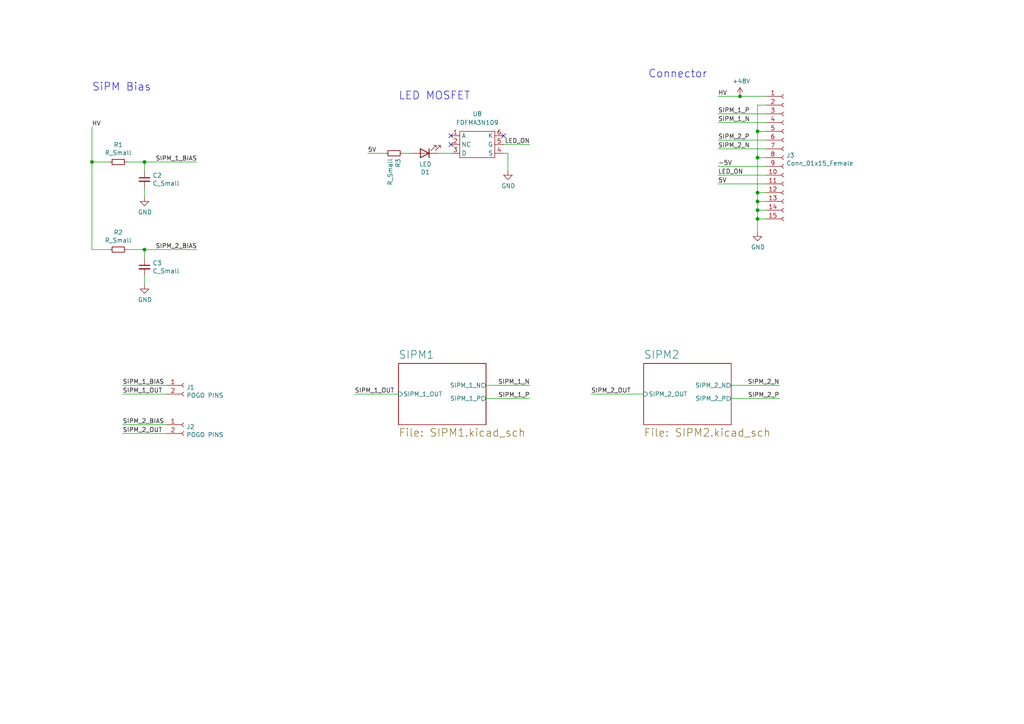
<source format=kicad_sch>
(kicad_sch (version 20211123) (generator eeschema)
  (paper "A4")
  (lib_symbols
    (symbol "Connector:Conn_01x02_Female" (pin_names (offset 1.016) hide)
      (property "Reference" "J" (at 0 2.54 0))
      (property "Value" "Conn_01x02_Female" (at 0 -5.08 0))
      (symbol "Conn_01x02_Female_1_1"
        (arc (start 0 -2.032) (mid -0.508 -2.54) (end 0 -3.048) (stroke (width 0.1524)))
        (polyline (pts (xy -1.27 -2.54) (xy -0.508 -2.54)) (stroke (width 0.1524)))
        (polyline (pts (xy -1.27 0) (xy -0.508 0)) (stroke (width 0.1524)))
        (arc (start 0 0.508) (mid -0.508 0) (end 0 -0.508) (stroke (width 0.1524)))
        (pin passive line (at -5.08 0 0) (length 3.81) (name "Pin_1") (number "1"))
        (pin passive line (at -5.08 -2.54 0) (length 3.81) (name "Pin_2") (number "2"))
      )
    )
    (symbol "Connector:Conn_01x15_Female" (pin_names (offset 1.016) hide)
      (property "Reference" "J" (at 0 20.32 0))
      (property "Value" "Conn_01x15_Female" (at 0 -20.32 0))
      (symbol "Conn_01x15_Female_1_1"
        (arc (start 0 -17.272) (mid -0.508 -17.78) (end 0 -18.288) (stroke (width 0.1524)))
        (arc (start 0 -14.732) (mid -0.508 -15.24) (end 0 -15.748) (stroke (width 0.1524)))
        (arc (start 0 -12.192) (mid -0.508 -12.7) (end 0 -13.208) (stroke (width 0.1524)))
        (arc (start 0 -9.652) (mid -0.508 -10.16) (end 0 -10.668) (stroke (width 0.1524)))
        (arc (start 0 -7.112) (mid -0.508 -7.62) (end 0 -8.128) (stroke (width 0.1524)))
        (arc (start 0 -4.572) (mid -0.508 -5.08) (end 0 -5.588) (stroke (width 0.1524)))
        (arc (start 0 -2.032) (mid -0.508 -2.54) (end 0 -3.048) (stroke (width 0.1524)))
        (polyline (pts (xy -1.27 -17.78) (xy -0.508 -17.78)) (stroke (width 0.1524)))
        (polyline (pts (xy -1.27 -15.24) (xy -0.508 -15.24)) (stroke (width 0.1524)))
        (polyline (pts (xy -1.27 -12.7) (xy -0.508 -12.7)) (stroke (width 0.1524)))
        (polyline (pts (xy -1.27 -10.16) (xy -0.508 -10.16)) (stroke (width 0.1524)))
        (polyline (pts (xy -1.27 -7.62) (xy -0.508 -7.62)) (stroke (width 0.1524)))
        (polyline (pts (xy -1.27 -5.08) (xy -0.508 -5.08)) (stroke (width 0.1524)))
        (polyline (pts (xy -1.27 -2.54) (xy -0.508 -2.54)) (stroke (width 0.1524)))
        (polyline (pts (xy -1.27 0) (xy -0.508 0)) (stroke (width 0.1524)))
        (polyline (pts (xy -1.27 2.54) (xy -0.508 2.54)) (stroke (width 0.1524)))
        (polyline (pts (xy -1.27 5.08) (xy -0.508 5.08)) (stroke (width 0.1524)))
        (polyline (pts (xy -1.27 7.62) (xy -0.508 7.62)) (stroke (width 0.1524)))
        (polyline (pts (xy -1.27 10.16) (xy -0.508 10.16)) (stroke (width 0.1524)))
        (polyline (pts (xy -1.27 12.7) (xy -0.508 12.7)) (stroke (width 0.1524)))
        (polyline (pts (xy -1.27 15.24) (xy -0.508 15.24)) (stroke (width 0.1524)))
        (polyline (pts (xy -1.27 17.78) (xy -0.508 17.78)) (stroke (width 0.1524)))
        (arc (start 0 0.508) (mid -0.508 0) (end 0 -0.508) (stroke (width 0.1524)))
        (arc (start 0 3.048) (mid -0.508 2.54) (end 0 2.032) (stroke (width 0.1524)))
        (arc (start 0 5.588) (mid -0.508 5.08) (end 0 4.572) (stroke (width 0.1524)))
        (arc (start 0 8.128) (mid -0.508 7.62) (end 0 7.112) (stroke (width 0.1524)))
        (arc (start 0 10.668) (mid -0.508 10.16) (end 0 9.652) (stroke (width 0.1524)))
        (arc (start 0 13.208) (mid -0.508 12.7) (end 0 12.192) (stroke (width 0.1524)))
        (arc (start 0 15.748) (mid -0.508 15.24) (end 0 14.732) (stroke (width 0.1524)))
        (arc (start 0 18.288) (mid -0.508 17.78) (end 0 17.272) (stroke (width 0.1524)))
        (pin passive line (at -5.08 17.78 0) (length 3.81) (name "Pin_1") (number "1"))
        (pin passive line (at -5.08 -5.08 0) (length 3.81) (name "Pin_10") (number "10"))
        (pin passive line (at -5.08 -7.62 0) (length 3.81) (name "Pin_11") (number "11"))
        (pin passive line (at -5.08 -10.16 0) (length 3.81) (name "Pin_12") (number "12"))
        (pin passive line (at -5.08 -12.7 0) (length 3.81) (name "Pin_13") (number "13"))
        (pin passive line (at -5.08 -15.24 0) (length 3.81) (name "Pin_14") (number "14"))
        (pin passive line (at -5.08 -17.78 0) (length 3.81) (name "Pin_15") (number "15"))
        (pin passive line (at -5.08 15.24 0) (length 3.81) (name "Pin_2") (number "2"))
        (pin passive line (at -5.08 12.7 0) (length 3.81) (name "Pin_3") (number "3"))
        (pin passive line (at -5.08 10.16 0) (length 3.81) (name "Pin_4") (number "4"))
        (pin passive line (at -5.08 7.62 0) (length 3.81) (name "Pin_5") (number "5"))
        (pin passive line (at -5.08 5.08 0) (length 3.81) (name "Pin_6") (number "6"))
        (pin passive line (at -5.08 2.54 0) (length 3.81) (name "Pin_7") (number "7"))
        (pin passive line (at -5.08 0 0) (length 3.81) (name "Pin_8") (number "8"))
        (pin passive line (at -5.08 -2.54 0) (length 3.81) (name "Pin_9") (number "9"))
      )
    )
    (symbol "Device:C_Small" (pin_numbers hide) (pin_names (offset 0.254) hide)
      (property "Reference" "C" (at 0.254 1.778 0))
      (property "Value" "C_Small" (at 0.254 -2.032 0))
      (symbol "C_Small_0_1"
        (polyline (pts (xy -1.524 -0.508) (xy 1.524 -0.508)) (stroke (width 0.3302)))
        (polyline (pts (xy -1.524 0.508) (xy 1.524 0.508)) (stroke (width 0.3048)))
      )
      (symbol "C_Small_1_1"
        (pin passive line (at 0 2.54 270) (length 2.032) (name "~") (number "1"))
        (pin passive line (at 0 -2.54 90) (length 2.032) (name "~") (number "2"))
      )
    )
    (symbol "Device:LED" (pin_numbers hide) (pin_names (offset 1.016) hide)
      (property "Reference" "D" (at 0 2.54 0))
      (property "Value" "LED" (at 0 -2.54 0))
      (symbol "LED_0_1"
        (polyline (pts (xy -1.27 -1.27) (xy -1.27 1.27)) (stroke (width 0.254)))
        (polyline (pts (xy -1.27 0) (xy 1.27 0)))
        (polyline (pts (xy 1.27 -1.27) (xy 1.27 1.27) (xy -1.27 0) (xy 1.27 -1.27)) (stroke (width 0.254)))
        (polyline (pts (xy -3.048 -0.762) (xy -4.572 -2.286) (xy -3.81 -2.286) (xy -4.572 -2.286) (xy -4.572 -1.524)))
        (polyline (pts (xy -1.778 -0.762) (xy -3.302 -2.286) (xy -2.54 -2.286) (xy -3.302 -2.286) (xy -3.302 -1.524)))
      )
      (symbol "LED_1_1"
        (pin passive line (at -3.81 0 0) (length 2.54) (name "K") (number "1"))
        (pin passive line (at 3.81 0 180) (length 2.54) (name "A") (number "2"))
      )
    )
    (symbol "Device:R_Small" (pin_numbers hide) (pin_names (offset 0.254) hide)
      (property "Reference" "R" (at 0.762 0.508 0))
      (property "Value" "R_Small" (at 0.762 -1.016 0))
      (symbol "R_Small_0_1"
        (rectangle (start -0.762 1.778) (end 0.762 -1.778) (stroke (width 0.2032)))
      )
      (symbol "R_Small_1_1"
        (pin passive line (at 0 2.54 270) (length 0.762) (name "~") (number "1"))
        (pin passive line (at 0 -2.54 90) (length 0.762) (name "~") (number "2"))
      )
    )
    (symbol "nnbar:FDFMA3N109"
      (property "Reference" "U" (at 0 10.16 0))
      (property "Value" "FDFMA3N109" (at 0 7.62 0))
      (symbol "FDFMA3N109_0_1"
        (rectangle (start -5.08 6.35) (end 5.08 -1.27))
      )
      (symbol "FDFMA3N109_1_1"
        (pin input line (at -7.62 5.08 0) (length 2.54) (name "A") (number "1"))
        (pin input line (at -7.62 2.54 0) (length 2.54) (name "NC") (number "2"))
        (pin input line (at -7.62 0 0) (length 2.54) (name "D") (number "3"))
        (pin input line (at 7.62 0 180) (length 2.54) (name "S") (number "4"))
        (pin input line (at 7.62 2.54 180) (length 2.54) (name "G") (number "5"))
        (pin input line (at 7.62 5.08 180) (length 2.54) (name "K") (number "6"))
      )
    )
    (symbol "power:+48V" (power) (pin_names (offset 0))
      (property "Value" "+48V" (at 0 3.556 0))
      (symbol "+48V_0_1"
        (polyline (pts (xy -0.762 1.27) (xy 0 2.54)))
        (polyline (pts (xy 0 0) (xy 0 2.54)))
        (polyline (pts (xy 0 2.54) (xy 0.762 1.27)))
      )
      (symbol "+48V_1_1"
        (pin power_in line (at 0 0 90) (length 0) hide (name "+48V") (number "1"))
      )
    )
    (symbol "power:GND" (power) (pin_names (offset 0))
      (property "Value" "GND" (at 0 -3.81 0))
      (symbol "GND_0_1"
        (polyline (pts (xy 0 0) (xy 0 -1.27) (xy 1.27 -1.27) (xy 0 -2.54) (xy -1.27 -1.27) (xy 0 -1.27)))
      )
      (symbol "GND_1_1"
        (pin power_in line (at 0 0 270) (length 0) hide (name "GND") (number "1"))
      )
    )
  )
  (junction (at 219.71 45.72))
  (junction (at 26.67 46.99))
  (junction (at 219.71 60.96))
  (junction (at 219.71 38.1))
  (junction (at 219.71 55.88))
  (junction (at 41.91 46.99))
  (junction (at 219.71 63.5))
  (junction (at 41.91 72.39))
  (junction (at 219.71 58.42))
  (junction (at 214.63 27.94))
  (no_connect (at 146.05 39.37))
  (no_connect (at 130.81 41.91))
  (no_connect (at 130.81 39.37))
  (wire (pts (xy 219.71 45.72) (xy 219.71 55.88)))
  (wire (pts (xy 35.56 125.73) (xy 48.26 125.73)))
  (wire (pts (xy 208.28 35.56) (xy 222.25 35.56)))
  (wire (pts (xy 219.71 38.1) (xy 222.25 38.1)))
  (wire (pts (xy 219.71 58.42) (xy 219.71 60.96)))
  (wire (pts (xy 219.71 38.1) (xy 219.71 45.72)))
  (wire (pts (xy 222.25 60.96) (xy 219.71 60.96)))
  (wire (pts (xy 147.32 49.53) (xy 147.32 44.45)))
  (wire (pts (xy 219.71 60.96) (xy 219.71 63.5)))
  (wire (pts (xy 106.68 44.45) (xy 111.76 44.45)))
  (wire (pts (xy 35.56 123.19) (xy 48.26 123.19)))
  (wire (pts (xy 171.45 114.3) (xy 186.69 114.3)))
  (wire (pts (xy 41.91 72.39) (xy 57.15 72.39)))
  (wire (pts (xy 153.67 115.57) (xy 140.97 115.57)))
  (wire (pts (xy 26.67 36.83) (xy 26.67 46.99)))
  (wire (pts (xy 26.67 46.99) (xy 26.67 72.39)))
  (wire (pts (xy 116.84 44.45) (xy 119.38 44.45)))
  (wire (pts (xy 219.71 38.1) (xy 219.71 30.48)))
  (wire (pts (xy 36.83 72.39) (xy 41.91 72.39)))
  (wire (pts (xy 208.28 43.18) (xy 222.25 43.18)))
  (wire (pts (xy 147.32 44.45) (xy 146.05 44.45)))
  (wire (pts (xy 226.06 111.76) (xy 212.09 111.76)))
  (wire (pts (xy 41.91 46.99) (xy 57.15 46.99)))
  (wire (pts (xy 36.83 46.99) (xy 41.91 46.99)))
  (wire (pts (xy 41.91 49.53) (xy 41.91 46.99)))
  (wire (pts (xy 208.28 40.64) (xy 222.25 40.64)))
  (wire (pts (xy 35.56 114.3) (xy 48.26 114.3)))
  (wire (pts (xy 219.71 30.48) (xy 222.25 30.48)))
  (wire (pts (xy 219.71 55.88) (xy 219.71 58.42)))
  (wire (pts (xy 222.25 45.72) (xy 219.71 45.72)))
  (wire (pts (xy 222.25 48.26) (xy 208.28 48.26)))
  (wire (pts (xy 127 44.45) (xy 130.81 44.45)))
  (wire (pts (xy 214.63 27.94) (xy 222.25 27.94)))
  (wire (pts (xy 35.56 111.76) (xy 48.26 111.76)))
  (wire (pts (xy 41.91 74.93) (xy 41.91 72.39)))
  (wire (pts (xy 219.71 63.5) (xy 219.71 67.31)))
  (wire (pts (xy 226.06 115.57) (xy 212.09 115.57)))
  (wire (pts (xy 26.67 72.39) (xy 31.75 72.39)))
  (wire (pts (xy 208.28 27.94) (xy 214.63 27.94)))
  (wire (pts (xy 102.87 114.3) (xy 115.57 114.3)))
  (wire (pts (xy 222.25 58.42) (xy 219.71 58.42)))
  (wire (pts (xy 222.25 63.5) (xy 219.71 63.5)))
  (wire (pts (xy 222.25 55.88) (xy 219.71 55.88)))
  (wire (pts (xy 208.28 33.02) (xy 222.25 33.02)))
  (wire (pts (xy 41.91 57.15) (xy 41.91 54.61)))
  (wire (pts (xy 41.91 82.55) (xy 41.91 80.01)))
  (wire (pts (xy 153.67 41.91) (xy 146.05 41.91)))
  (wire (pts (xy 26.67 46.99) (xy 31.75 46.99)))
  (wire (pts (xy 208.28 53.34) (xy 222.25 53.34)))
  (wire (pts (xy 153.67 111.76) (xy 140.97 111.76)))
  (wire (pts (xy 208.28 50.8) (xy 222.25 50.8)))
  (text "SiPM Bias" (at 26.67 26.67 0) (effects (font (size 2.2606 2.2606)) (justify left bottom)))
  (text "LED MOSFET" (at 115.57 29.21 0) (effects (font (size 2.2606 2.2606)) (justify left bottom)))
  (text "Connector" (at 187.96 22.86 0) (effects (font (size 2.2606 2.2606)) (justify left bottom)))
  (label "5V" (at 106.68 44.45 0))
  (label "-5V" (at 208.28 48.26 0))
  (label "HV" (at 208.28 27.94 0))
  (label "SIPM_1_BIAS" (at 35.56 111.76 0))
  (label "HV" (at 26.67 36.83 0))
  (label "SIPM_1_BIAS" (at 57.15 46.99 180))
  (label "SIPM_2_P" (at 208.28 40.64 0))
  (label "SIPM_2_OUT" (at 171.45 114.3 0))
  (label "SIPM_1_OUT" (at 102.87 114.3 0))
  (label "SIPM_2_BIAS" (at 35.56 123.19 0))
  (label "SIPM_2_BIAS" (at 57.15 72.39 180))
  (label "5V" (at 208.28 53.34 0))
  (label "LED_ON" (at 208.28 50.8 0))
  (label "SIPM_1_OUT" (at 35.56 114.3 0))
  (label "SIPM_2_N" (at 208.28 43.18 0))
  (label "SIPM_2_N" (at 226.06 111.76 180))
  (label "SIPM_2_OUT" (at 35.56 125.73 0))
  (label "SIPM_1_P" (at 153.67 115.57 180))
  (label "SIPM_1_N" (at 153.67 111.76 180))
  (label "SIPM_2_P" (at 226.06 115.57 180))
  (label "LED_ON" (at 153.67 41.91 180))
  (label "SIPM_1_N" (at 208.28 35.56 0))
  (label "SIPM_1_P" (at 208.28 33.02 0))
  (symbol (lib_id "Device:LED") (at 123.19 44.45 180) (unit 1)
    (property "Reference" "D1" (at 123.3678 49.9364 0))
    (property "Value" "LED" (at 123.3678 47.625 0))
    (property "Footprint" "Diode_SMD:D_0603_1608Metric" (effects hide))
  )
  (symbol (lib_id "power:+48V") (at 214.63 27.94 0) (unit 1)
    (property "Reference" "#PWR05" (effects hide))
    (property "Value" "+48V" (at 215.011 23.5458 0))
  )
  (symbol (lib_id "Device:R_Small") (at 34.29 46.99 270) (unit 1)
    (property "Reference" "R1" (at 34.29 42.0116 90))
    (property "Value" "R_Small" (at 34.29 44.323 90))
    (property "Footprint" "Resistor_SMD:R_0603_1608Metric" (effects hide))
  )
  (symbol (lib_id "Device:C_Small") (at 41.91 52.07 0) (unit 1)
    (property "Reference" "C2" (at 44.2468 50.9016 0) (effects (justify left)))
    (property "Value" "C_Small" (at 44.2468 53.213 0) (effects (justify left)))
    (property "Footprint" "Capacitor_SMD:C_0603_1608Metric" (effects hide))
  )
  (symbol (lib_id "Device:R_Small") (at 114.3 44.45 270) (unit 1)
    (property "Reference" "R3" (at 115.4684 45.9486 0) (effects (justify left)))
    (property "Value" "R_Small" (at 113.157 45.9486 0) (effects (justify left)))
    (property "Footprint" "Resistor_SMD:R_0603_1608Metric" (effects hide))
  )
  (symbol (lib_id "power:GND") (at 41.91 57.15 0) (unit 1)
    (property "Reference" "#PWR02" (effects hide))
    (property "Value" "GND" (at 42.037 61.5442 0))
  )
  (symbol (lib_id "Device:R_Small") (at 34.29 72.39 270) (unit 1)
    (property "Reference" "R2" (at 34.29 67.4116 90))
    (property "Value" "R_Small" (at 34.29 69.723 90))
    (property "Footprint" "Resistor_SMD:R_0603_1608Metric" (effects hide))
  )
  (symbol (lib_id "power:GND") (at 41.91 82.55 0) (unit 1)
    (property "Reference" "#PWR03" (effects hide))
    (property "Value" "GND" (at 42.037 86.9442 0))
  )
  (symbol (lib_id "Device:C_Small") (at 41.91 77.47 0) (unit 1)
    (property "Reference" "C3" (at 44.2468 76.3016 0) (effects (justify left)))
    (property "Value" "C_Small" (at 44.2468 78.613 0) (effects (justify left)))
    (property "Footprint" "Capacitor_SMD:C_0603_1608Metric" (effects hide))
  )
  (symbol (lib_id "power:GND") (at 147.32 49.53 0) (unit 1)
    (property "Reference" "#PWR04" (effects hide))
    (property "Value" "GND" (at 147.447 53.9242 0))
  )
  (symbol (lib_id "power:GND") (at 219.71 67.31 0) (unit 1)
    (property "Reference" "#PWR06" (effects hide))
    (property "Value" "GND" (at 219.837 71.7042 0))
  )
  (symbol (lib_id "Connector:Conn_01x02_Female") (at 53.34 111.76 0) (unit 1)
    (property "Reference" "J1" (at 54.0512 112.3696 0) (effects (justify left)))
    (property "Value" "POGO PINS" (at 54.0512 114.681 0) (effects (justify left)))
    (property "Footprint" "gbtx-testboard:POGO" (effects hide))
  )
  (symbol (lib_id "Connector:Conn_01x02_Female") (at 53.34 123.19 0) (unit 1)
    (property "Reference" "J2" (at 54.0512 123.7996 0) (effects (justify left)))
    (property "Value" "POGO PINS" (at 54.0512 126.111 0) (effects (justify left)))
    (property "Footprint" "gbtx-testboard:POGO" (effects hide))
  )
  (symbol (lib_id "Connector:Conn_01x15_Female") (at 227.33 45.72 0) (unit 1)
    (property "Reference" "J3" (at 228.0412 45.0596 0) (effects (justify left)))
    (property "Value" "Conn_01x15_Female" (at 228.0412 47.371 0) (effects (justify left)))
    (property "Footprint" "digikey-footprints:HDMI_Mini_Female_2001-1-2-21-00-BK" (effects hide))
  )
  (symbol (lib_id "nnbar:FDFMA3N109") (at 138.43 44.45 0) (unit 1)
    (property "Reference" "U8" (at 138.43 33.02 0))
    (property "Value" "FDFMA3N109" (at 138.43 35.56 0))
  )
  (sheet (at 115.57 105.41) (size 25.4 17.78)
    (property "Sheet name" "SIPM1" (at 115.57 104.2031 0) (effects (font (size 2.2606 2.2606)) (justify left bottom)))
    (property "Sheet file" "SIPM1.kicad_sch" (at 115.57 124.1708 0) (effects (font (size 2.2606 2.2606)) (justify left top)))
    (pin "SIPM_1_OUT" input (at 115.57 114.3 180) (effects (font (size 1.2446 1.2446))))
    (pin "SIPM_1_N" output (at 140.97 111.76 0) (effects (font (size 1.2446 1.2446))))
    (pin "SIPM_1_P" output (at 140.97 115.57 0) (effects (font (size 1.2446 1.2446))))
  )
  (sheet (at 186.69 105.41) (size 25.4 17.78)
    (property "Sheet name" "SIPM2" (at 186.69 104.2031 0) (effects (font (size 2.2606 2.2606)) (justify left bottom)))
    (property "Sheet file" "SIPM2.kicad_sch" (at 186.69 124.1708 0) (effects (font (size 2.2606 2.2606)) (justify left top)))
    (pin "SIPM_2_OUT" input (at 186.69 114.3 180) (effects (font (size 1.2446 1.2446))))
    (pin "SIPM_2_N" output (at 212.09 111.76 0) (effects (font (size 1.2446 1.2446))))
    (pin "SIPM_2_P" output (at 212.09 115.57 0) (effects (font (size 1.2446 1.2446))))
  )
)
</source>
